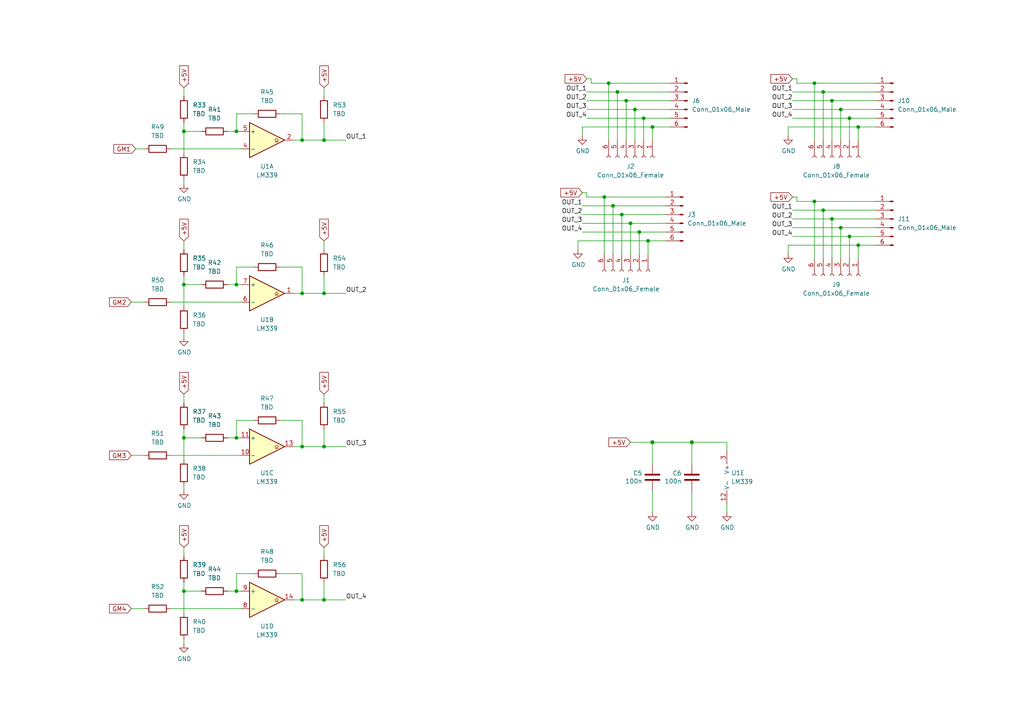
<source format=kicad_sch>
(kicad_sch (version 20211123) (generator eeschema)
  (paper "A4")
  (lib_symbols
    (symbol "Comparator:LM339" (pin_names (offset 0.127))
      (property "Reference" "U" (at 0 5.08 0))
      (property "Value" "LM339" (at 0 -5.08 0))
      (symbol "LM339_1_1"
        (polyline (pts (xy -5.08 5.08) (xy 5.08 0) (xy -5.08 -5.08) (xy -5.08 5.08)) (stroke (width 0.254)) (fill (type background)))
        (polyline (pts (xy 3.302 -0.508) (xy 2.794 -0.508) (xy 3.302 0) (xy 2.794 0.508) (xy 2.286 0) (xy 2.794 -0.508) (xy 2.286 -0.508)) (stroke (width 0.127)))
        (pin open_collector line (at 7.62 0 180) (length 2.54) (name "~") (number "2"))
        (pin input line (at -7.62 -2.54 0) (length 2.54) (name "-") (number "4"))
        (pin input line (at -7.62 2.54 0) (length 2.54) (name "+") (number "5"))
      )
      (symbol "LM339_2_1"
        (polyline (pts (xy -5.08 5.08) (xy 5.08 0) (xy -5.08 -5.08) (xy -5.08 5.08)) (stroke (width 0.254)) (fill (type background)))
        (polyline (pts (xy 3.302 -0.508) (xy 2.794 -0.508) (xy 3.302 0) (xy 2.794 0.508) (xy 2.286 0) (xy 2.794 -0.508) (xy 2.286 -0.508)) (stroke (width 0.127)))
        (pin open_collector line (at 7.62 0 180) (length 2.54) (name "~") (number "1"))
        (pin input line (at -7.62 -2.54 0) (length 2.54) (name "-") (number "6"))
        (pin input line (at -7.62 2.54 0) (length 2.54) (name "+") (number "7"))
      )
      (symbol "LM339_3_1"
        (polyline (pts (xy -5.08 5.08) (xy 5.08 0) (xy -5.08 -5.08) (xy -5.08 5.08)) (stroke (width 0.254)) (fill (type background)))
        (polyline (pts (xy 3.302 -0.508) (xy 2.794 -0.508) (xy 3.302 0) (xy 2.794 0.508) (xy 2.286 0) (xy 2.794 -0.508) (xy 2.286 -0.508)) (stroke (width 0.127)))
        (pin input line (at -7.62 -2.54 0) (length 2.54) (name "-") (number "10"))
        (pin input line (at -7.62 2.54 0) (length 2.54) (name "+") (number "11"))
        (pin open_collector line (at 7.62 0 180) (length 2.54) (name "~") (number "13"))
      )
      (symbol "LM339_4_1"
        (polyline (pts (xy -5.08 5.08) (xy 5.08 0) (xy -5.08 -5.08) (xy -5.08 5.08)) (stroke (width 0.254)) (fill (type background)))
        (polyline (pts (xy 3.302 -0.508) (xy 2.794 -0.508) (xy 3.302 0) (xy 2.794 0.508) (xy 2.286 0) (xy 2.794 -0.508) (xy 2.286 -0.508)) (stroke (width 0.127)))
        (pin open_collector line (at 7.62 0 180) (length 2.54) (name "~") (number "14"))
        (pin input line (at -7.62 -2.54 0) (length 2.54) (name "-") (number "8"))
        (pin input line (at -7.62 2.54 0) (length 2.54) (name "+") (number "9"))
      )
      (symbol "LM339_5_1"
        (pin power_in line (at -2.54 -7.62 90) (length 3.81) (name "V-") (number "12"))
        (pin power_in line (at -2.54 7.62 270) (length 3.81) (name "V+") (number "3"))
      )
    )
    (symbol "Connector:Conn_01x06_Female" (pin_names (offset 1.016) hide)
      (property "Reference" "J" (at 0 7.62 0))
      (property "Value" "Conn_01x06_Female" (at 0 -10.16 0))
      (symbol "Conn_01x06_Female_1_1"
        (arc (start 0 -7.112) (mid -0.508 -7.62) (end 0 -8.128) (stroke (width 0.1524)))
        (arc (start 0 -4.572) (mid -0.508 -5.08) (end 0 -5.588) (stroke (width 0.1524)))
        (arc (start 0 -2.032) (mid -0.508 -2.54) (end 0 -3.048) (stroke (width 0.1524)))
        (polyline (pts (xy -1.27 -7.62) (xy -0.508 -7.62)) (stroke (width 0.1524)))
        (polyline (pts (xy -1.27 -5.08) (xy -0.508 -5.08)) (stroke (width 0.1524)))
        (polyline (pts (xy -1.27 -2.54) (xy -0.508 -2.54)) (stroke (width 0.1524)))
        (polyline (pts (xy -1.27 0) (xy -0.508 0)) (stroke (width 0.1524)))
        (polyline (pts (xy -1.27 2.54) (xy -0.508 2.54)) (stroke (width 0.1524)))
        (polyline (pts (xy -1.27 5.08) (xy -0.508 5.08)) (stroke (width 0.1524)))
        (arc (start 0 0.508) (mid -0.508 0) (end 0 -0.508) (stroke (width 0.1524)))
        (arc (start 0 3.048) (mid -0.508 2.54) (end 0 2.032) (stroke (width 0.1524)))
        (arc (start 0 5.588) (mid -0.508 5.08) (end 0 4.572) (stroke (width 0.1524)))
        (pin passive line (at -5.08 5.08 0) (length 3.81) (name "Pin_1") (number "1"))
        (pin passive line (at -5.08 2.54 0) (length 3.81) (name "Pin_2") (number "2"))
        (pin passive line (at -5.08 0 0) (length 3.81) (name "Pin_3") (number "3"))
        (pin passive line (at -5.08 -2.54 0) (length 3.81) (name "Pin_4") (number "4"))
        (pin passive line (at -5.08 -5.08 0) (length 3.81) (name "Pin_5") (number "5"))
        (pin passive line (at -5.08 -7.62 0) (length 3.81) (name "Pin_6") (number "6"))
      )
    )
    (symbol "Connector:Conn_01x06_Male" (pin_names (offset 1.016) hide)
      (property "Reference" "J" (at 0 7.62 0))
      (property "Value" "Conn_01x06_Male" (at 0 -10.16 0))
      (symbol "Conn_01x06_Male_1_1"
        (polyline (pts (xy 1.27 -7.62) (xy 0.8636 -7.62)) (stroke (width 0.1524)))
        (polyline (pts (xy 1.27 -5.08) (xy 0.8636 -5.08)) (stroke (width 0.1524)))
        (polyline (pts (xy 1.27 -2.54) (xy 0.8636 -2.54)) (stroke (width 0.1524)))
        (polyline (pts (xy 1.27 0) (xy 0.8636 0)) (stroke (width 0.1524)))
        (polyline (pts (xy 1.27 2.54) (xy 0.8636 2.54)) (stroke (width 0.1524)))
        (polyline (pts (xy 1.27 5.08) (xy 0.8636 5.08)) (stroke (width 0.1524)))
        (rectangle (start 0.8636 -7.493) (end 0 -7.747) (stroke (width 0.1524)) (fill (type outline)))
        (rectangle (start 0.8636 -4.953) (end 0 -5.207) (stroke (width 0.1524)) (fill (type outline)))
        (rectangle (start 0.8636 -2.413) (end 0 -2.667) (stroke (width 0.1524)) (fill (type outline)))
        (rectangle (start 0.8636 0.127) (end 0 -0.127) (stroke (width 0.1524)) (fill (type outline)))
        (rectangle (start 0.8636 2.667) (end 0 2.413) (stroke (width 0.1524)) (fill (type outline)))
        (rectangle (start 0.8636 5.207) (end 0 4.953) (stroke (width 0.1524)) (fill (type outline)))
        (pin passive line (at 5.08 5.08 180) (length 3.81) (name "Pin_1") (number "1"))
        (pin passive line (at 5.08 2.54 180) (length 3.81) (name "Pin_2") (number "2"))
        (pin passive line (at 5.08 0 180) (length 3.81) (name "Pin_3") (number "3"))
        (pin passive line (at 5.08 -2.54 180) (length 3.81) (name "Pin_4") (number "4"))
        (pin passive line (at 5.08 -5.08 180) (length 3.81) (name "Pin_5") (number "5"))
        (pin passive line (at 5.08 -7.62 180) (length 3.81) (name "Pin_6") (number "6"))
      )
    )
    (symbol "Device:C" (pin_numbers hide) (pin_names (offset 0.254))
      (property "Reference" "C" (at 0.635 2.54 0))
      (property "Value" "C" (at 0.635 -2.54 0))
      (symbol "C_0_1"
        (polyline (pts (xy -2.032 -0.762) (xy 2.032 -0.762)) (stroke (width 0.508)))
        (polyline (pts (xy -2.032 0.762) (xy 2.032 0.762)) (stroke (width 0.508)))
      )
      (symbol "C_1_1"
        (pin passive line (at 0 3.81 270) (length 2.794) (name "~") (number "1"))
        (pin passive line (at 0 -3.81 90) (length 2.794) (name "~") (number "2"))
      )
    )
    (symbol "Device:R" (pin_numbers hide) (pin_names (offset 0))
      (property "Reference" "R" (at 2.032 0 90))
      (property "Value" "R" (at 0 0 90))
      (symbol "R_0_1"
        (rectangle (start -1.016 -2.54) (end 1.016 2.54) (stroke (width 0.254)))
      )
      (symbol "R_1_1"
        (pin passive line (at 0 3.81 270) (length 1.27) (name "~") (number "1"))
        (pin passive line (at 0 -3.81 90) (length 1.27) (name "~") (number "2"))
      )
    )
    (symbol "power:GND" (power) (pin_names (offset 0))
      (property "Value" "GND" (at 0 -3.81 0))
      (symbol "GND_0_1"
        (polyline (pts (xy 0 0) (xy 0 -1.27) (xy 1.27 -1.27) (xy 0 -2.54) (xy -1.27 -1.27) (xy 0 -1.27)))
      )
      (symbol "GND_1_1"
        (pin power_in line (at 0 0 270) (length 0) hide (name "GND") (number "1"))
      )
    )
  )
  (junction (at 246.38 34.29))
  (junction (at 243.84 66.04))
  (junction (at 93.98 85.09))
  (junction (at 189.23 36.83))
  (junction (at 175.26 57.15))
  (junction (at 53.34 127))
  (junction (at 93.98 173.99))
  (junction (at 181.61 29.21))
  (junction (at 87.63 173.99))
  (junction (at 93.98 129.54))
  (junction (at 187.96 69.85))
  (junction (at 177.8 59.69))
  (junction (at 241.3 63.5))
  (junction (at 189.23 128.27) (diameter 1.016))
  (junction (at 176.53 24.13))
  (junction (at 53.34 171.45))
  (junction (at 238.76 60.96))
  (junction (at 243.84 31.75))
  (junction (at 68.58 127))
  (junction (at 236.22 24.13))
  (junction (at 241.3 29.21))
  (junction (at 87.63 129.54))
  (junction (at 186.69 34.29))
  (junction (at 238.76 26.67))
  (junction (at 236.22 58.42))
  (junction (at 53.34 38.1))
  (junction (at 248.92 71.12))
  (junction (at 184.15 31.75))
  (junction (at 200.66 128.27) (diameter 1.016))
  (junction (at 179.07 26.67))
  (junction (at 87.63 85.09))
  (junction (at 185.42 67.31))
  (junction (at 68.58 171.45))
  (junction (at 180.34 62.23))
  (junction (at 246.38 68.58))
  (junction (at 53.34 82.55))
  (junction (at 68.58 82.55))
  (junction (at 87.63 40.64))
  (junction (at 93.98 40.64))
  (junction (at 182.88 64.77))
  (junction (at 248.92 36.83))
  (junction (at 68.58 38.1))
  (wire (pts (xy 248.92 71.12) (xy 228.6 71.12)))
  (wire (pts (xy 246.38 34.29) (xy 246.38 40.64)))
  (wire (pts (xy 66.04 127) (xy 68.58 127)))
  (wire (pts (xy 186.69 34.29) (xy 194.31 34.29)))
  (wire (pts (xy 180.34 62.23) (xy 180.34 73.66)))
  (wire (pts (xy 229.87 26.67) (xy 238.76 26.67)))
  (wire (pts (xy 87.63 129.54) (xy 85.09 129.54)))
  (wire (pts (xy 241.3 29.21) (xy 241.3 40.64)))
  (wire (pts (xy 93.98 114.3) (xy 93.98 116.84)))
  (wire (pts (xy 248.92 36.83) (xy 248.92 40.64)))
  (wire (pts (xy 87.63 173.99) (xy 93.98 173.99)))
  (wire (pts (xy 168.91 67.31) (xy 185.42 67.31)))
  (wire (pts (xy 168.91 55.88) (xy 170.18 55.88)))
  (wire (pts (xy 238.76 60.96) (xy 238.76 74.93)))
  (wire (pts (xy 179.07 26.67) (xy 179.07 40.64)))
  (wire (pts (xy 87.63 77.47) (xy 87.63 85.09)))
  (wire (pts (xy 236.22 58.42) (xy 236.22 74.93)))
  (wire (pts (xy 236.22 58.42) (xy 231.14 58.42)))
  (wire (pts (xy 68.58 121.92) (xy 68.58 127)))
  (wire (pts (xy 176.53 24.13) (xy 176.53 40.64)))
  (wire (pts (xy 171.45 24.13) (xy 171.45 22.86)))
  (wire (pts (xy 87.63 33.02) (xy 87.63 40.64)))
  (wire (pts (xy 68.58 77.47) (xy 68.58 82.55)))
  (wire (pts (xy 229.87 22.86) (xy 231.14 22.86)))
  (wire (pts (xy 49.53 43.18) (xy 69.85 43.18)))
  (wire (pts (xy 81.28 166.37) (xy 87.63 166.37)))
  (wire (pts (xy 53.34 114.3) (xy 53.34 116.84)))
  (wire (pts (xy 87.63 129.54) (xy 93.98 129.54)))
  (wire (pts (xy 73.66 33.02) (xy 68.58 33.02)))
  (wire (pts (xy 189.23 36.83) (xy 168.91 36.83)))
  (wire (pts (xy 170.18 29.21) (xy 181.61 29.21)))
  (wire (pts (xy 243.84 66.04) (xy 243.84 74.93)))
  (wire (pts (xy 229.87 29.21) (xy 241.3 29.21)))
  (wire (pts (xy 168.91 62.23) (xy 180.34 62.23)))
  (wire (pts (xy 243.84 31.75) (xy 254 31.75)))
  (wire (pts (xy 241.3 29.21) (xy 254 29.21)))
  (wire (pts (xy 87.63 40.64) (xy 93.98 40.64)))
  (wire (pts (xy 236.22 24.13) (xy 231.14 24.13)))
  (wire (pts (xy 58.42 82.55) (xy 53.34 82.55)))
  (wire (pts (xy 185.42 67.31) (xy 193.04 67.31)))
  (wire (pts (xy 49.53 176.53) (xy 69.85 176.53)))
  (wire (pts (xy 87.63 121.92) (xy 87.63 129.54)))
  (wire (pts (xy 58.42 38.1) (xy 53.34 38.1)))
  (wire (pts (xy 170.18 22.86) (xy 171.45 22.86)))
  (wire (pts (xy 254 71.12) (xy 248.92 71.12)))
  (wire (pts (xy 187.96 69.85) (xy 167.64 69.85)))
  (wire (pts (xy 68.58 33.02) (xy 68.58 38.1)))
  (wire (pts (xy 68.58 82.55) (xy 69.85 82.55)))
  (wire (pts (xy 93.98 173.99) (xy 100.33 173.99)))
  (wire (pts (xy 184.15 31.75) (xy 184.15 40.64)))
  (wire (pts (xy 170.18 31.75) (xy 184.15 31.75)))
  (wire (pts (xy 93.98 158.75) (xy 93.98 161.29)))
  (wire (pts (xy 93.98 129.54) (xy 93.98 124.46)))
  (wire (pts (xy 168.91 59.69) (xy 177.8 59.69)))
  (wire (pts (xy 210.82 146.05) (xy 210.82 148.59)))
  (wire (pts (xy 194.31 24.13) (xy 176.53 24.13)))
  (wire (pts (xy 53.34 171.45) (xy 53.34 177.8)))
  (wire (pts (xy 38.1 132.08) (xy 41.91 132.08)))
  (wire (pts (xy 93.98 85.09) (xy 93.98 80.01)))
  (wire (pts (xy 170.18 26.67) (xy 179.07 26.67)))
  (wire (pts (xy 236.22 24.13) (xy 236.22 40.64)))
  (wire (pts (xy 49.53 132.08) (xy 69.85 132.08)))
  (wire (pts (xy 231.14 58.42) (xy 231.14 57.15)))
  (wire (pts (xy 68.58 166.37) (xy 68.58 171.45)))
  (wire (pts (xy 248.92 36.83) (xy 228.6 36.83)))
  (wire (pts (xy 189.23 128.27) (xy 200.66 128.27)))
  (wire (pts (xy 231.14 24.13) (xy 231.14 22.86)))
  (wire (pts (xy 194.31 36.83) (xy 189.23 36.83)))
  (wire (pts (xy 179.07 26.67) (xy 194.31 26.67)))
  (wire (pts (xy 229.87 66.04) (xy 243.84 66.04)))
  (wire (pts (xy 87.63 173.99) (xy 85.09 173.99)))
  (wire (pts (xy 200.66 134.62) (xy 200.66 128.27)))
  (wire (pts (xy 200.66 142.24) (xy 200.66 148.59)))
  (wire (pts (xy 229.87 63.5) (xy 241.3 63.5)))
  (wire (pts (xy 182.88 64.77) (xy 193.04 64.77)))
  (wire (pts (xy 53.34 69.85) (xy 53.34 72.39)))
  (wire (pts (xy 58.42 171.45) (xy 53.34 171.45)))
  (wire (pts (xy 53.34 38.1) (xy 53.34 35.56)))
  (wire (pts (xy 254 36.83) (xy 248.92 36.83)))
  (wire (pts (xy 241.3 63.5) (xy 241.3 74.93)))
  (wire (pts (xy 229.87 60.96) (xy 238.76 60.96)))
  (wire (pts (xy 246.38 68.58) (xy 254 68.58)))
  (wire (pts (xy 210.82 128.27) (xy 210.82 130.81)))
  (wire (pts (xy 53.34 82.55) (xy 53.34 80.01)))
  (wire (pts (xy 243.84 31.75) (xy 243.84 40.64)))
  (wire (pts (xy 246.38 68.58) (xy 246.38 74.93)))
  (wire (pts (xy 177.8 59.69) (xy 193.04 59.69)))
  (wire (pts (xy 53.34 38.1) (xy 53.34 44.45)))
  (wire (pts (xy 184.15 31.75) (xy 194.31 31.75)))
  (wire (pts (xy 228.6 71.12) (xy 228.6 73.66)))
  (wire (pts (xy 53.34 140.97) (xy 53.34 142.24)))
  (wire (pts (xy 93.98 129.54) (xy 100.33 129.54)))
  (wire (pts (xy 228.6 36.83) (xy 228.6 39.37)))
  (wire (pts (xy 181.61 29.21) (xy 194.31 29.21)))
  (wire (pts (xy 181.61 29.21) (xy 181.61 40.64)))
  (wire (pts (xy 243.84 66.04) (xy 254 66.04)))
  (wire (pts (xy 254 58.42) (xy 236.22 58.42)))
  (wire (pts (xy 93.98 69.85) (xy 93.98 72.39)))
  (wire (pts (xy 93.98 40.64) (xy 93.98 35.56)))
  (wire (pts (xy 53.34 158.75) (xy 53.34 161.29)))
  (wire (pts (xy 38.1 87.63) (xy 41.91 87.63)))
  (wire (pts (xy 170.18 57.15) (xy 170.18 55.88)))
  (wire (pts (xy 193.04 69.85) (xy 187.96 69.85)))
  (wire (pts (xy 182.88 64.77) (xy 182.88 73.66)))
  (wire (pts (xy 229.87 57.15) (xy 231.14 57.15)))
  (wire (pts (xy 58.42 127) (xy 53.34 127)))
  (wire (pts (xy 68.58 38.1) (xy 69.85 38.1)))
  (wire (pts (xy 238.76 60.96) (xy 254 60.96)))
  (wire (pts (xy 68.58 171.45) (xy 69.85 171.45)))
  (wire (pts (xy 87.63 166.37) (xy 87.63 173.99)))
  (wire (pts (xy 229.87 34.29) (xy 246.38 34.29)))
  (wire (pts (xy 53.34 185.42) (xy 53.34 186.69)))
  (wire (pts (xy 73.66 77.47) (xy 68.58 77.47)))
  (wire (pts (xy 53.34 171.45) (xy 53.34 168.91)))
  (wire (pts (xy 248.92 71.12) (xy 248.92 74.93)))
  (wire (pts (xy 185.42 67.31) (xy 185.42 73.66)))
  (wire (pts (xy 229.87 68.58) (xy 246.38 68.58)))
  (wire (pts (xy 189.23 134.62) (xy 189.23 128.27)))
  (wire (pts (xy 87.63 85.09) (xy 93.98 85.09)))
  (wire (pts (xy 68.58 127) (xy 69.85 127)))
  (wire (pts (xy 81.28 121.92) (xy 87.63 121.92)))
  (wire (pts (xy 53.34 96.52) (xy 53.34 97.79)))
  (wire (pts (xy 193.04 57.15) (xy 175.26 57.15)))
  (wire (pts (xy 189.23 142.24) (xy 189.23 148.59)))
  (wire (pts (xy 170.18 34.29) (xy 186.69 34.29)))
  (wire (pts (xy 66.04 38.1) (xy 68.58 38.1)))
  (wire (pts (xy 81.28 77.47) (xy 87.63 77.47)))
  (wire (pts (xy 38.1 176.53) (xy 41.91 176.53)))
  (wire (pts (xy 189.23 36.83) (xy 189.23 40.64)))
  (wire (pts (xy 200.66 128.27) (xy 210.82 128.27)))
  (wire (pts (xy 175.26 57.15) (xy 170.18 57.15)))
  (wire (pts (xy 229.87 31.75) (xy 243.84 31.75)))
  (wire (pts (xy 168.91 36.83) (xy 168.91 39.37)))
  (wire (pts (xy 180.34 62.23) (xy 193.04 62.23)))
  (wire (pts (xy 53.34 52.07) (xy 53.34 53.34)))
  (wire (pts (xy 53.34 25.4) (xy 53.34 27.94)))
  (wire (pts (xy 53.34 127) (xy 53.34 124.46)))
  (wire (pts (xy 49.53 87.63) (xy 69.85 87.63)))
  (wire (pts (xy 87.63 85.09) (xy 85.09 85.09)))
  (wire (pts (xy 182.88 128.27) (xy 189.23 128.27)))
  (wire (pts (xy 238.76 26.67) (xy 238.76 40.64)))
  (wire (pts (xy 93.98 40.64) (xy 100.33 40.64)))
  (wire (pts (xy 167.64 69.85) (xy 167.64 72.39)))
  (wire (pts (xy 87.63 40.64) (xy 85.09 40.64)))
  (wire (pts (xy 73.66 121.92) (xy 68.58 121.92)))
  (wire (pts (xy 93.98 85.09) (xy 100.33 85.09)))
  (wire (pts (xy 93.98 25.4) (xy 93.98 27.94)))
  (wire (pts (xy 168.91 64.77) (xy 182.88 64.77)))
  (wire (pts (xy 53.34 82.55) (xy 53.34 88.9)))
  (wire (pts (xy 53.34 127) (xy 53.34 133.35)))
  (wire (pts (xy 187.96 69.85) (xy 187.96 73.66)))
  (wire (pts (xy 177.8 59.69) (xy 177.8 73.66)))
  (wire (pts (xy 39.37 43.18) (xy 41.91 43.18)))
  (wire (pts (xy 175.26 57.15) (xy 175.26 73.66)))
  (wire (pts (xy 176.53 24.13) (xy 171.45 24.13)))
  (wire (pts (xy 246.38 34.29) (xy 254 34.29)))
  (wire (pts (xy 238.76 26.67) (xy 254 26.67)))
  (wire (pts (xy 93.98 173.99) (xy 93.98 168.91)))
  (wire (pts (xy 186.69 34.29) (xy 186.69 40.64)))
  (wire (pts (xy 66.04 171.45) (xy 68.58 171.45)))
  (wire (pts (xy 254 24.13) (xy 236.22 24.13)))
  (wire (pts (xy 241.3 63.5) (xy 254 63.5)))
  (wire (pts (xy 81.28 33.02) (xy 87.63 33.02)))
  (wire (pts (xy 66.04 82.55) (xy 68.58 82.55)))
  (wire (pts (xy 73.66 166.37) (xy 68.58 166.37)))
  (label "OUT_4" (at 170.18 34.29 180))
  (label "OUT_4" (at 100.33 173.99 0))
  (label "OUT_3" (at 168.91 64.77 180))
  (label "OUT_1" (at 168.91 59.69 180))
  (label "OUT_1" (at 170.18 26.67 180))
  (label "OUT_3" (at 170.18 31.75 180))
  (label "OUT_3" (at 229.87 31.75 180))
  (label "OUT_4" (at 229.87 34.29 180))
  (label "OUT_4" (at 168.91 67.31 180))
  (label "OUT_4" (at 229.87 68.58 180))
  (label "OUT_2" (at 168.91 62.23 180))
  (label "OUT_2" (at 229.87 63.5 180))
  (label "OUT_2" (at 229.87 29.21 180))
  (label "OUT_2" (at 170.18 29.21 180))
  (label "OUT_3" (at 229.87 66.04 180))
  (label "OUT_3" (at 100.33 129.54 0))
  (label "OUT_1" (at 229.87 60.96 180))
  (label "OUT_1" (at 100.33 40.64 0))
  (label "OUT_1" (at 229.87 26.67 180))
  (label "OUT_2" (at 100.33 85.09 0))
  (global_label "+5V" (shape input) (at 93.98 25.4 90) (property "Intersheet References" "${INTERSHEET_REFS}" (effects hide)))
  (global_label "+5V" (shape input) (at 170.18 22.86 180) (property "Intersheet References" "${INTERSHEET_REFS}" (effects hide)))
  (global_label "+5V" (shape input) (at 53.34 114.3 90) (property "Intersheet References" "${INTERSHEET_REFS}" (effects hide)))
  (global_label "+5V" (shape input) (at 53.34 25.4 90) (property "Intersheet References" "${INTERSHEET_REFS}" (effects hide)))
  (global_label "GM2" (shape input) (at 38.1 87.63 180) (property "Intersheet References" "${INTERSHEET_REFS}" (effects hide)))
  (global_label "+5V" (shape input) (at 229.87 57.15 180) (property "Intersheet References" "${INTERSHEET_REFS}" (effects hide)))
  (global_label "+5V" (shape input) (at 93.98 114.3 90) (property "Intersheet References" "${INTERSHEET_REFS}" (effects hide)))
  (global_label "GM1" (shape input) (at 39.37 43.18 180) (property "Intersheet References" "${INTERSHEET_REFS}" (effects hide)))
  (global_label "+5V" (shape input) (at 182.88 128.27 180) (property "Intersheet References" "${INTERSHEET_REFS}" (effects hide)))
  (global_label "+5V" (shape input) (at 229.87 22.86 180) (property "Intersheet References" "${INTERSHEET_REFS}" (effects hide)))
  (global_label "+5V" (shape input) (at 53.34 158.75 90) (property "Intersheet References" "${INTERSHEET_REFS}" (effects hide)))
  (global_label "+5V" (shape input) (at 93.98 69.85 90) (property "Intersheet References" "${INTERSHEET_REFS}" (effects hide)))
  (global_label "GM4" (shape input) (at 38.1 176.53 180) (property "Intersheet References" "${INTERSHEET_REFS}" (effects hide)))
  (global_label "+5V" (shape input) (at 168.91 55.88 180) (property "Intersheet References" "${INTERSHEET_REFS}" (effects hide)))
  (global_label "GM3" (shape input) (at 38.1 132.08 180) (property "Intersheet References" "${INTERSHEET_REFS}" (effects hide)))
  (global_label "+5V" (shape input) (at 53.34 69.85 90) (property "Intersheet References" "${INTERSHEET_REFS}" (effects hide)))
  (global_label "+5V" (shape input) (at 93.98 158.75 90) (property "Intersheet References" "${INTERSHEET_REFS}" (effects hide)))
  (symbol (lib_id "Device:R") (at 53.34 137.16 180) (unit 1)
    (property "Reference" "R38" (at 55.88 135.8899 0) (effects (justify right)))
    (property "Value" "TBD" (at 55.88 138.4299 0) (effects (justify right)))
    (property "Footprint" "Resistor_SMD:R_0805_2012Metric" (effects hide))
  )
  (symbol (lib_id "Device:R") (at 62.23 82.55 90) (unit 1)
    (property "Reference" "R42" (at 62.23 76.2 90))
    (property "Value" "TBD" (at 62.23 78.74 90))
    (property "Footprint" "Resistor_SMD:R_0805_2012Metric" (effects hide))
  )
  (symbol (lib_id "Device:R") (at 53.34 31.75 180) (unit 1)
    (property "Reference" "R33" (at 55.88 30.4799 0) (effects (justify right)))
    (property "Value" "TBD" (at 55.88 33.0199 0) (effects (justify right)))
    (property "Footprint" "Resistor_SMD:R_0805_2012Metric" (effects hide))
  )
  (symbol (lib_id "Device:C") (at 189.23 138.43 0) (unit 1)
    (property "Reference" "C5" (at 186.309 137.2616 0) (effects (justify right)))
    (property "Value" "100n" (at 186.309 139.573 0) (effects (justify right)))
    (property "Footprint" "Capacitor_SMD:C_0805_2012Metric" (effects hide))
  )
  (symbol (lib_id "power:GND") (at 228.6 39.37 0) (unit 1)
    (property "Reference" "#PWR039" (effects hide))
    (property "Value" "GND" (at 228.727 43.7642 0))
  )
  (symbol (lib_id "Device:R") (at 53.34 120.65 180) (unit 1)
    (property "Reference" "R37" (at 55.88 119.3799 0) (effects (justify right)))
    (property "Value" "TBD" (at 55.88 121.9199 0) (effects (justify right)))
    (property "Footprint" "Resistor_SMD:R_0805_2012Metric" (effects hide))
  )
  (symbol (lib_id "power:GND") (at 189.23 148.59 0) (unit 1)
    (property "Reference" "#PWR035" (effects hide))
    (property "Value" "GND" (at 189.357 152.9842 0))
  )
  (symbol (lib_id "Comparator:LM339") (at 213.36 138.43 0) (unit 5)
    (property "Reference" "U1" (at 212.09 137.1599 0) (effects (justify left)))
    (property "Value" "LM339" (at 212.09 139.6999 0) (effects (justify left)))
    (property "Footprint" "Package_SO:SO-14_3.9x8.65mm_P1.27mm" (effects hide))
    (property "Datasheet" "https://www.st.com/resource/en/datasheet/lm139.pdf" (effects hide))
  )
  (symbol (lib_id "power:GND") (at 210.82 148.59 0) (unit 1)
    (property "Reference" "#PWR037" (effects hide))
    (property "Value" "GND" (at 210.947 152.9842 0))
  )
  (symbol (lib_id "Connector:Conn_01x06_Male") (at 198.12 62.23 0) (mirror y) (unit 1)
    (property "Reference" "J3" (at 199.39 62.2299 0) (effects (justify right)))
    (property "Value" "Conn_01x06_Male" (at 199.39 64.7699 0) (effects (justify right)))
    (property "Footprint" "Connector_PinHeader_2.54mm:PinHeader_1x06_P2.54mm_Vertical_SMD_Pin1Left" (effects hide))
  )
  (symbol (lib_id "power:GND") (at 53.34 142.24 0) (unit 1)
    (property "Reference" "#PWR018" (effects hide))
    (property "Value" "GND" (at 53.467 146.6342 0))
  )
  (symbol (lib_id "Connector:Conn_01x06_Female") (at 243.84 80.01 270) (unit 1)
    (property "Reference" "J9" (at 242.57 82.55 90))
    (property "Value" "Conn_01x06_Female" (at 242.57 85.09 90))
    (property "Footprint" "Connector_PinSocket_2.54mm:PinSocket_1x06_P2.54mm_Vertical_SMD_Pin1Left" (effects hide))
  )
  (symbol (lib_id "Device:R") (at 53.34 181.61 180) (unit 1)
    (property "Reference" "R40" (at 55.88 180.3399 0) (effects (justify right)))
    (property "Value" "TBD" (at 55.88 182.8799 0) (effects (justify right)))
    (property "Footprint" "Resistor_SMD:R_0805_2012Metric" (effects hide))
  )
  (symbol (lib_id "Device:R") (at 53.34 165.1 180) (unit 1)
    (property "Reference" "R39" (at 55.88 163.8299 0) (effects (justify right)))
    (property "Value" "TBD" (at 55.88 166.3699 0) (effects (justify right)))
    (property "Footprint" "Resistor_SMD:R_0805_2012Metric" (effects hide))
  )
  (symbol (lib_id "Comparator:LM339") (at 77.47 85.09 0) (unit 2)
    (property "Reference" "U1" (at 77.47 92.71 0))
    (property "Value" "LM339" (at 77.47 95.25 0))
    (property "Footprint" "Package_SO:SO-14_3.9x8.65mm_P1.27mm" (effects hide))
    (property "Datasheet" "https://www.st.com/resource/en/datasheet/lm139.pdf" (effects hide))
  )
  (symbol (lib_id "Connector:Conn_01x06_Male") (at 199.39 29.21 0) (mirror y) (unit 1)
    (property "Reference" "J6" (at 200.66 29.2099 0) (effects (justify right)))
    (property "Value" "Conn_01x06_Male" (at 200.66 31.7499 0) (effects (justify right)))
    (property "Footprint" "Connector_PinHeader_2.54mm:PinHeader_1x06_P2.54mm_Vertical_SMD_Pin1Left" (effects hide))
  )
  (symbol (lib_id "power:GND") (at 167.64 72.39 0) (unit 1)
    (property "Reference" "#PWR01" (effects hide))
    (property "Value" "GND" (at 167.767 76.7842 0))
  )
  (symbol (lib_id "Device:R") (at 62.23 127 90) (unit 1)
    (property "Reference" "R43" (at 62.23 120.65 90))
    (property "Value" "TBD" (at 62.23 123.19 90))
    (property "Footprint" "Resistor_SMD:R_0805_2012Metric" (effects hide))
  )
  (symbol (lib_id "Device:R") (at 77.47 166.37 90) (unit 1)
    (property "Reference" "R48" (at 77.47 160.02 90))
    (property "Value" "TBD" (at 77.47 162.56 90))
    (property "Footprint" "Resistor_SMD:R_0805_2012Metric" (effects hide))
  )
  (symbol (lib_id "Device:R") (at 93.98 31.75 180) (unit 1)
    (property "Reference" "R53" (at 96.52 30.4799 0) (effects (justify right)))
    (property "Value" "TBD" (at 96.52 33.0199 0) (effects (justify right)))
    (property "Footprint" "Resistor_SMD:R_0805_2012Metric" (effects hide))
  )
  (symbol (lib_id "power:GND") (at 228.6 73.66 0) (unit 1)
    (property "Reference" "#PWR040" (effects hide))
    (property "Value" "GND" (at 228.727 78.0542 0))
  )
  (symbol (lib_id "Comparator:LM339") (at 77.47 40.64 0) (unit 1)
    (property "Reference" "U1" (at 77.47 48.26 0))
    (property "Value" "LM339" (at 77.47 50.8 0))
    (property "Footprint" "Package_SO:SO-14_3.9x8.65mm_P1.27mm" (effects hide))
    (property "Datasheet" "https://www.st.com/resource/en/datasheet/lm139.pdf" (effects hide))
  )
  (symbol (lib_id "power:GND") (at 53.34 186.69 0) (unit 1)
    (property "Reference" "#PWR019" (effects hide))
    (property "Value" "GND" (at 53.467 191.0842 0))
  )
  (symbol (lib_id "power:GND") (at 53.34 53.34 0) (unit 1)
    (property "Reference" "#PWR016" (effects hide))
    (property "Value" "GND" (at 53.467 57.7342 0))
  )
  (symbol (lib_id "Connector:Conn_01x06_Male") (at 259.08 29.21 0) (mirror y) (unit 1)
    (property "Reference" "J10" (at 260.35 29.2099 0) (effects (justify right)))
    (property "Value" "Conn_01x06_Male" (at 260.35 31.7499 0) (effects (justify right)))
    (property "Footprint" "Connector_PinHeader_2.54mm:PinHeader_1x06_P2.54mm_Vertical_SMD_Pin1Left" (effects hide))
  )
  (symbol (lib_id "Device:R") (at 93.98 165.1 180) (unit 1)
    (property "Reference" "R56" (at 96.52 163.8299 0) (effects (justify right)))
    (property "Value" "TBD" (at 96.52 166.3699 0) (effects (justify right)))
    (property "Footprint" "Resistor_SMD:R_0805_2012Metric" (effects hide))
  )
  (symbol (lib_id "Device:R") (at 45.72 176.53 270) (unit 1)
    (property "Reference" "R52" (at 45.72 170.18 90))
    (property "Value" "TBD" (at 45.72 172.72 90))
    (property "Footprint" "Resistor_SMD:R_0805_2012Metric" (effects hide))
  )
  (symbol (lib_id "Device:R") (at 62.23 38.1 90) (unit 1)
    (property "Reference" "R41" (at 62.23 31.75 90))
    (property "Value" "TBD" (at 62.23 34.29 90))
    (property "Footprint" "Resistor_SMD:R_0805_2012Metric" (effects hide))
  )
  (symbol (lib_id "Device:R") (at 53.34 48.26 180) (unit 1)
    (property "Reference" "R34" (at 55.88 46.9899 0) (effects (justify right)))
    (property "Value" "TBD" (at 55.88 49.5299 0) (effects (justify right)))
    (property "Footprint" "Resistor_SMD:R_0805_2012Metric" (effects hide))
  )
  (symbol (lib_id "Connector:Conn_01x06_Female") (at 184.15 45.72 270) (unit 1)
    (property "Reference" "J2" (at 182.88 48.26 90))
    (property "Value" "Conn_01x06_Female" (at 182.88 50.8 90))
    (property "Footprint" "Connector_PinSocket_2.54mm:PinSocket_1x06_P2.54mm_Vertical_SMD_Pin1Left" (effects hide))
  )
  (symbol (lib_id "Device:R") (at 62.23 171.45 90) (unit 1)
    (property "Reference" "R44" (at 62.23 165.1 90))
    (property "Value" "TBD" (at 62.23 167.64 90))
    (property "Footprint" "Resistor_SMD:R_0805_2012Metric" (effects hide))
  )
  (symbol (lib_id "Comparator:LM339") (at 77.47 173.99 0) (unit 4)
    (property "Reference" "U1" (at 77.47 181.61 0))
    (property "Value" "LM339" (at 77.47 184.15 0))
    (property "Footprint" "Package_SO:SO-14_3.9x8.65mm_P1.27mm" (effects hide))
    (property "Datasheet" "https://www.st.com/resource/en/datasheet/lm139.pdf" (effects hide))
  )
  (symbol (lib_id "Connector:Conn_01x06_Male") (at 259.08 63.5 0) (mirror y) (unit 1)
    (property "Reference" "J11" (at 260.35 63.4999 0) (effects (justify right)))
    (property "Value" "Conn_01x06_Male" (at 260.35 66.0399 0) (effects (justify right)))
    (property "Footprint" "Connector_PinHeader_2.54mm:PinHeader_1x06_P2.54mm_Vertical_SMD_Pin1Left" (effects hide))
  )
  (symbol (lib_id "Device:R") (at 53.34 76.2 180) (unit 1)
    (property "Reference" "R35" (at 55.88 74.9299 0) (effects (justify right)))
    (property "Value" "TBD" (at 55.88 77.4699 0) (effects (justify right)))
    (property "Footprint" "Resistor_SMD:R_0805_2012Metric" (effects hide))
  )
  (symbol (lib_id "power:GND") (at 168.91 39.37 0) (unit 1)
    (property "Reference" "#PWR038" (effects hide))
    (property "Value" "GND" (at 169.037 43.7642 0))
  )
  (symbol (lib_id "Device:R") (at 77.47 33.02 90) (unit 1)
    (property "Reference" "R45" (at 77.47 26.67 90))
    (property "Value" "TBD" (at 77.47 29.21 90))
    (property "Footprint" "Resistor_SMD:R_0805_2012Metric" (effects hide))
  )
  (symbol (lib_id "Device:R") (at 77.47 77.47 90) (unit 1)
    (property "Reference" "R46" (at 77.47 71.12 90))
    (property "Value" "TBD" (at 77.47 73.66 90))
    (property "Footprint" "Resistor_SMD:R_0805_2012Metric" (effects hide))
  )
  (symbol (lib_id "Comparator:LM339") (at 77.47 129.54 0) (unit 3)
    (property "Reference" "U1" (at 77.47 137.16 0))
    (property "Value" "LM339" (at 77.47 139.7 0))
    (property "Footprint" "Package_SO:SO-14_3.9x8.65mm_P1.27mm" (effects hide))
    (property "Datasheet" "https://www.st.com/resource/en/datasheet/lm139.pdf" (effects hide))
  )
  (symbol (lib_id "Device:R") (at 53.34 92.71 180) (unit 1)
    (property "Reference" "R36" (at 55.88 91.4399 0) (effects (justify right)))
    (property "Value" "TBD" (at 55.88 93.9799 0) (effects (justify right)))
    (property "Footprint" "Resistor_SMD:R_0805_2012Metric" (effects hide))
  )
  (symbol (lib_id "Device:C") (at 200.66 138.43 0) (unit 1)
    (property "Reference" "C6" (at 197.739 137.2616 0) (effects (justify right)))
    (property "Value" "100n" (at 197.739 139.573 0) (effects (justify right)))
    (property "Footprint" "Capacitor_SMD:C_0805_2012Metric" (effects hide))
  )
  (symbol (lib_id "Device:R") (at 45.72 43.18 270) (unit 1)
    (property "Reference" "R49" (at 45.72 36.83 90))
    (property "Value" "TBD" (at 45.72 39.37 90))
    (property "Footprint" "Resistor_SMD:R_0805_2012Metric" (effects hide))
  )
  (symbol (lib_id "power:GND") (at 200.66 148.59 0) (unit 1)
    (property "Reference" "#PWR036" (effects hide))
    (property "Value" "GND" (at 200.787 152.9842 0))
  )
  (symbol (lib_id "Device:R") (at 93.98 76.2 180) (unit 1)
    (property "Reference" "R54" (at 96.52 74.9299 0) (effects (justify right)))
    (property "Value" "TBD" (at 96.52 77.4699 0) (effects (justify right)))
    (property "Footprint" "Resistor_SMD:R_0805_2012Metric" (effects hide))
  )
  (symbol (lib_id "Connector:Conn_01x06_Female") (at 243.84 45.72 270) (unit 1)
    (property "Reference" "J8" (at 242.57 48.26 90))
    (property "Value" "Conn_01x06_Female" (at 242.57 50.8 90))
    (property "Footprint" "Connector_PinSocket_2.54mm:PinSocket_1x06_P2.54mm_Vertical_SMD_Pin1Left" (effects hide))
  )
  (symbol (lib_id "Device:R") (at 45.72 132.08 270) (unit 1)
    (property "Reference" "R51" (at 45.72 125.73 90))
    (property "Value" "TBD" (at 45.72 128.27 90))
    (property "Footprint" "Resistor_SMD:R_0805_2012Metric" (effects hide))
  )
  (symbol (lib_id "Device:R") (at 93.98 120.65 180) (unit 1)
    (property "Reference" "R55" (at 96.52 119.3799 0) (effects (justify right)))
    (property "Value" "TBD" (at 96.52 121.9199 0) (effects (justify right)))
    (property "Footprint" "Resistor_SMD:R_0805_2012Metric" (effects hide))
  )
  (symbol (lib_id "power:GND") (at 53.34 97.79 0) (unit 1)
    (property "Reference" "#PWR017" (effects hide))
    (property "Value" "GND" (at 53.467 102.1842 0))
  )
  (symbol (lib_id "Device:R") (at 77.47 121.92 90) (unit 1)
    (property "Reference" "R47" (at 77.47 115.57 90))
    (property "Value" "TBD" (at 77.47 118.11 90))
    (property "Footprint" "Resistor_SMD:R_0805_2012Metric" (effects hide))
  )
  (symbol (lib_id "Connector:Conn_01x06_Female") (at 182.88 78.74 270) (unit 1)
    (property "Reference" "J1" (at 181.61 81.28 90))
    (property "Value" "Conn_01x06_Female" (at 181.61 83.82 90))
    (property "Footprint" "Connector_PinSocket_2.54mm:PinSocket_1x06_P2.54mm_Vertical_SMD_Pin1Left" (effects hide))
  )
  (symbol (lib_id "Device:R") (at 45.72 87.63 270) (unit 1)
    (property "Reference" "R50" (at 45.72 81.28 90))
    (property "Value" "TBD" (at 45.72 83.82 90))
    (property "Footprint" "Resistor_SMD:R_0805_2012Metric" (effects hide))
  )
)
</source>
